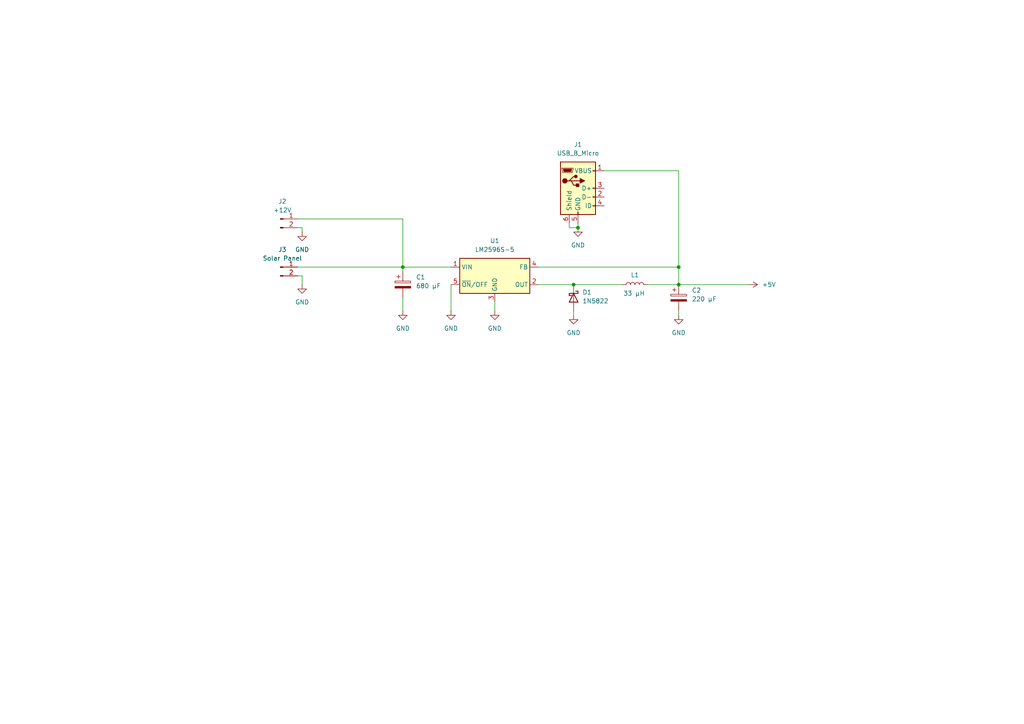
<source format=kicad_sch>
(kicad_sch
	(version 20231120)
	(generator "eeschema")
	(generator_version "8.0")
	(uuid "0a23eae3-22d5-4c59-a877-8a49abc4aab9")
	(paper "A4")
	(lib_symbols
		(symbol "Connector:Conn_01x02_Pin"
			(pin_names
				(offset 1.016) hide)
			(exclude_from_sim no)
			(in_bom yes)
			(on_board yes)
			(property "Reference" "J"
				(at 0 2.54 0)
				(effects
					(font
						(size 1.27 1.27)
					)
				)
			)
			(property "Value" "Conn_01x02_Pin"
				(at 0 -5.08 0)
				(effects
					(font
						(size 1.27 1.27)
					)
				)
			)
			(property "Footprint" ""
				(at 0 0 0)
				(effects
					(font
						(size 1.27 1.27)
					)
					(hide yes)
				)
			)
			(property "Datasheet" "~"
				(at 0 0 0)
				(effects
					(font
						(size 1.27 1.27)
					)
					(hide yes)
				)
			)
			(property "Description" "Generic connector, single row, 01x02, script generated"
				(at 0 0 0)
				(effects
					(font
						(size 1.27 1.27)
					)
					(hide yes)
				)
			)
			(property "ki_locked" ""
				(at 0 0 0)
				(effects
					(font
						(size 1.27 1.27)
					)
				)
			)
			(property "ki_keywords" "connector"
				(at 0 0 0)
				(effects
					(font
						(size 1.27 1.27)
					)
					(hide yes)
				)
			)
			(property "ki_fp_filters" "Connector*:*_1x??_*"
				(at 0 0 0)
				(effects
					(font
						(size 1.27 1.27)
					)
					(hide yes)
				)
			)
			(symbol "Conn_01x02_Pin_1_1"
				(polyline
					(pts
						(xy 1.27 -2.54) (xy 0.8636 -2.54)
					)
					(stroke
						(width 0.1524)
						(type default)
					)
					(fill
						(type none)
					)
				)
				(polyline
					(pts
						(xy 1.27 0) (xy 0.8636 0)
					)
					(stroke
						(width 0.1524)
						(type default)
					)
					(fill
						(type none)
					)
				)
				(rectangle
					(start 0.8636 -2.413)
					(end 0 -2.667)
					(stroke
						(width 0.1524)
						(type default)
					)
					(fill
						(type outline)
					)
				)
				(rectangle
					(start 0.8636 0.127)
					(end 0 -0.127)
					(stroke
						(width 0.1524)
						(type default)
					)
					(fill
						(type outline)
					)
				)
				(pin passive line
					(at 5.08 0 180)
					(length 3.81)
					(name "Pin_1"
						(effects
							(font
								(size 1.27 1.27)
							)
						)
					)
					(number "1"
						(effects
							(font
								(size 1.27 1.27)
							)
						)
					)
				)
				(pin passive line
					(at 5.08 -2.54 180)
					(length 3.81)
					(name "Pin_2"
						(effects
							(font
								(size 1.27 1.27)
							)
						)
					)
					(number "2"
						(effects
							(font
								(size 1.27 1.27)
							)
						)
					)
				)
			)
		)
		(symbol "Connector:USB_B_Micro"
			(pin_names
				(offset 1.016)
			)
			(exclude_from_sim no)
			(in_bom yes)
			(on_board yes)
			(property "Reference" "J"
				(at -5.08 11.43 0)
				(effects
					(font
						(size 1.27 1.27)
					)
					(justify left)
				)
			)
			(property "Value" "USB_B_Micro"
				(at -5.08 8.89 0)
				(effects
					(font
						(size 1.27 1.27)
					)
					(justify left)
				)
			)
			(property "Footprint" ""
				(at 3.81 -1.27 0)
				(effects
					(font
						(size 1.27 1.27)
					)
					(hide yes)
				)
			)
			(property "Datasheet" "~"
				(at 3.81 -1.27 0)
				(effects
					(font
						(size 1.27 1.27)
					)
					(hide yes)
				)
			)
			(property "Description" "USB Micro Type B connector"
				(at 0 0 0)
				(effects
					(font
						(size 1.27 1.27)
					)
					(hide yes)
				)
			)
			(property "ki_keywords" "connector USB micro"
				(at 0 0 0)
				(effects
					(font
						(size 1.27 1.27)
					)
					(hide yes)
				)
			)
			(property "ki_fp_filters" "USB*"
				(at 0 0 0)
				(effects
					(font
						(size 1.27 1.27)
					)
					(hide yes)
				)
			)
			(symbol "USB_B_Micro_0_1"
				(rectangle
					(start -5.08 -7.62)
					(end 5.08 7.62)
					(stroke
						(width 0.254)
						(type default)
					)
					(fill
						(type background)
					)
				)
				(circle
					(center -3.81 2.159)
					(radius 0.635)
					(stroke
						(width 0.254)
						(type default)
					)
					(fill
						(type outline)
					)
				)
				(circle
					(center -0.635 3.429)
					(radius 0.381)
					(stroke
						(width 0.254)
						(type default)
					)
					(fill
						(type outline)
					)
				)
				(rectangle
					(start -0.127 -7.62)
					(end 0.127 -6.858)
					(stroke
						(width 0)
						(type default)
					)
					(fill
						(type none)
					)
				)
				(polyline
					(pts
						(xy -1.905 2.159) (xy 0.635 2.159)
					)
					(stroke
						(width 0.254)
						(type default)
					)
					(fill
						(type none)
					)
				)
				(polyline
					(pts
						(xy -3.175 2.159) (xy -2.54 2.159) (xy -1.27 3.429) (xy -0.635 3.429)
					)
					(stroke
						(width 0.254)
						(type default)
					)
					(fill
						(type none)
					)
				)
				(polyline
					(pts
						(xy -2.54 2.159) (xy -1.905 2.159) (xy -1.27 0.889) (xy 0 0.889)
					)
					(stroke
						(width 0.254)
						(type default)
					)
					(fill
						(type none)
					)
				)
				(polyline
					(pts
						(xy 0.635 2.794) (xy 0.635 1.524) (xy 1.905 2.159) (xy 0.635 2.794)
					)
					(stroke
						(width 0.254)
						(type default)
					)
					(fill
						(type outline)
					)
				)
				(polyline
					(pts
						(xy -4.318 5.588) (xy -1.778 5.588) (xy -2.032 4.826) (xy -4.064 4.826) (xy -4.318 5.588)
					)
					(stroke
						(width 0)
						(type default)
					)
					(fill
						(type outline)
					)
				)
				(polyline
					(pts
						(xy -4.699 5.842) (xy -4.699 5.588) (xy -4.445 4.826) (xy -4.445 4.572) (xy -1.651 4.572) (xy -1.651 4.826)
						(xy -1.397 5.588) (xy -1.397 5.842) (xy -4.699 5.842)
					)
					(stroke
						(width 0)
						(type default)
					)
					(fill
						(type none)
					)
				)
				(rectangle
					(start 0.254 1.27)
					(end -0.508 0.508)
					(stroke
						(width 0.254)
						(type default)
					)
					(fill
						(type outline)
					)
				)
				(rectangle
					(start 5.08 -5.207)
					(end 4.318 -4.953)
					(stroke
						(width 0)
						(type default)
					)
					(fill
						(type none)
					)
				)
				(rectangle
					(start 5.08 -2.667)
					(end 4.318 -2.413)
					(stroke
						(width 0)
						(type default)
					)
					(fill
						(type none)
					)
				)
				(rectangle
					(start 5.08 -0.127)
					(end 4.318 0.127)
					(stroke
						(width 0)
						(type default)
					)
					(fill
						(type none)
					)
				)
				(rectangle
					(start 5.08 4.953)
					(end 4.318 5.207)
					(stroke
						(width 0)
						(type default)
					)
					(fill
						(type none)
					)
				)
			)
			(symbol "USB_B_Micro_1_1"
				(pin power_out line
					(at 7.62 5.08 180)
					(length 2.54)
					(name "VBUS"
						(effects
							(font
								(size 1.27 1.27)
							)
						)
					)
					(number "1"
						(effects
							(font
								(size 1.27 1.27)
							)
						)
					)
				)
				(pin bidirectional line
					(at 7.62 -2.54 180)
					(length 2.54)
					(name "D-"
						(effects
							(font
								(size 1.27 1.27)
							)
						)
					)
					(number "2"
						(effects
							(font
								(size 1.27 1.27)
							)
						)
					)
				)
				(pin bidirectional line
					(at 7.62 0 180)
					(length 2.54)
					(name "D+"
						(effects
							(font
								(size 1.27 1.27)
							)
						)
					)
					(number "3"
						(effects
							(font
								(size 1.27 1.27)
							)
						)
					)
				)
				(pin passive line
					(at 7.62 -5.08 180)
					(length 2.54)
					(name "ID"
						(effects
							(font
								(size 1.27 1.27)
							)
						)
					)
					(number "4"
						(effects
							(font
								(size 1.27 1.27)
							)
						)
					)
				)
				(pin power_out line
					(at 0 -10.16 90)
					(length 2.54)
					(name "GND"
						(effects
							(font
								(size 1.27 1.27)
							)
						)
					)
					(number "5"
						(effects
							(font
								(size 1.27 1.27)
							)
						)
					)
				)
				(pin passive line
					(at -2.54 -10.16 90)
					(length 2.54)
					(name "Shield"
						(effects
							(font
								(size 1.27 1.27)
							)
						)
					)
					(number "6"
						(effects
							(font
								(size 1.27 1.27)
							)
						)
					)
				)
			)
		)
		(symbol "Device:C_Polarized"
			(pin_numbers hide)
			(pin_names
				(offset 0.254)
			)
			(exclude_from_sim no)
			(in_bom yes)
			(on_board yes)
			(property "Reference" "C"
				(at 0.635 2.54 0)
				(effects
					(font
						(size 1.27 1.27)
					)
					(justify left)
				)
			)
			(property "Value" "C_Polarized"
				(at 0.635 -2.54 0)
				(effects
					(font
						(size 1.27 1.27)
					)
					(justify left)
				)
			)
			(property "Footprint" ""
				(at 0.9652 -3.81 0)
				(effects
					(font
						(size 1.27 1.27)
					)
					(hide yes)
				)
			)
			(property "Datasheet" "~"
				(at 0 0 0)
				(effects
					(font
						(size 1.27 1.27)
					)
					(hide yes)
				)
			)
			(property "Description" "Polarized capacitor"
				(at 0 0 0)
				(effects
					(font
						(size 1.27 1.27)
					)
					(hide yes)
				)
			)
			(property "ki_keywords" "cap capacitor"
				(at 0 0 0)
				(effects
					(font
						(size 1.27 1.27)
					)
					(hide yes)
				)
			)
			(property "ki_fp_filters" "CP_*"
				(at 0 0 0)
				(effects
					(font
						(size 1.27 1.27)
					)
					(hide yes)
				)
			)
			(symbol "C_Polarized_0_1"
				(rectangle
					(start -2.286 0.508)
					(end 2.286 1.016)
					(stroke
						(width 0)
						(type default)
					)
					(fill
						(type none)
					)
				)
				(polyline
					(pts
						(xy -1.778 2.286) (xy -0.762 2.286)
					)
					(stroke
						(width 0)
						(type default)
					)
					(fill
						(type none)
					)
				)
				(polyline
					(pts
						(xy -1.27 2.794) (xy -1.27 1.778)
					)
					(stroke
						(width 0)
						(type default)
					)
					(fill
						(type none)
					)
				)
				(rectangle
					(start 2.286 -0.508)
					(end -2.286 -1.016)
					(stroke
						(width 0)
						(type default)
					)
					(fill
						(type outline)
					)
				)
			)
			(symbol "C_Polarized_1_1"
				(pin passive line
					(at 0 3.81 270)
					(length 2.794)
					(name "~"
						(effects
							(font
								(size 1.27 1.27)
							)
						)
					)
					(number "1"
						(effects
							(font
								(size 1.27 1.27)
							)
						)
					)
				)
				(pin passive line
					(at 0 -3.81 90)
					(length 2.794)
					(name "~"
						(effects
							(font
								(size 1.27 1.27)
							)
						)
					)
					(number "2"
						(effects
							(font
								(size 1.27 1.27)
							)
						)
					)
				)
			)
		)
		(symbol "Device:L"
			(pin_numbers hide)
			(pin_names
				(offset 1.016) hide)
			(exclude_from_sim no)
			(in_bom yes)
			(on_board yes)
			(property "Reference" "L"
				(at -1.27 0 90)
				(effects
					(font
						(size 1.27 1.27)
					)
				)
			)
			(property "Value" "L"
				(at 1.905 0 90)
				(effects
					(font
						(size 1.27 1.27)
					)
				)
			)
			(property "Footprint" ""
				(at 0 0 0)
				(effects
					(font
						(size 1.27 1.27)
					)
					(hide yes)
				)
			)
			(property "Datasheet" "~"
				(at 0 0 0)
				(effects
					(font
						(size 1.27 1.27)
					)
					(hide yes)
				)
			)
			(property "Description" "Inductor"
				(at 0 0 0)
				(effects
					(font
						(size 1.27 1.27)
					)
					(hide yes)
				)
			)
			(property "ki_keywords" "inductor choke coil reactor magnetic"
				(at 0 0 0)
				(effects
					(font
						(size 1.27 1.27)
					)
					(hide yes)
				)
			)
			(property "ki_fp_filters" "Choke_* *Coil* Inductor_* L_*"
				(at 0 0 0)
				(effects
					(font
						(size 1.27 1.27)
					)
					(hide yes)
				)
			)
			(symbol "L_0_1"
				(arc
					(start 0 -2.54)
					(mid 0.6323 -1.905)
					(end 0 -1.27)
					(stroke
						(width 0)
						(type default)
					)
					(fill
						(type none)
					)
				)
				(arc
					(start 0 -1.27)
					(mid 0.6323 -0.635)
					(end 0 0)
					(stroke
						(width 0)
						(type default)
					)
					(fill
						(type none)
					)
				)
				(arc
					(start 0 0)
					(mid 0.6323 0.635)
					(end 0 1.27)
					(stroke
						(width 0)
						(type default)
					)
					(fill
						(type none)
					)
				)
				(arc
					(start 0 1.27)
					(mid 0.6323 1.905)
					(end 0 2.54)
					(stroke
						(width 0)
						(type default)
					)
					(fill
						(type none)
					)
				)
			)
			(symbol "L_1_1"
				(pin passive line
					(at 0 3.81 270)
					(length 1.27)
					(name "1"
						(effects
							(font
								(size 1.27 1.27)
							)
						)
					)
					(number "1"
						(effects
							(font
								(size 1.27 1.27)
							)
						)
					)
				)
				(pin passive line
					(at 0 -3.81 90)
					(length 1.27)
					(name "2"
						(effects
							(font
								(size 1.27 1.27)
							)
						)
					)
					(number "2"
						(effects
							(font
								(size 1.27 1.27)
							)
						)
					)
				)
			)
		)
		(symbol "Diode:1N5822"
			(pin_numbers hide)
			(pin_names
				(offset 1.016) hide)
			(exclude_from_sim no)
			(in_bom yes)
			(on_board yes)
			(property "Reference" "D"
				(at 0 2.54 0)
				(effects
					(font
						(size 1.27 1.27)
					)
				)
			)
			(property "Value" "1N5822"
				(at 0 -2.54 0)
				(effects
					(font
						(size 1.27 1.27)
					)
				)
			)
			(property "Footprint" "Diode_THT:D_DO-201AD_P15.24mm_Horizontal"
				(at 0 -4.445 0)
				(effects
					(font
						(size 1.27 1.27)
					)
					(hide yes)
				)
			)
			(property "Datasheet" "http://www.vishay.com/docs/88526/1n5820.pdf"
				(at 0 0 0)
				(effects
					(font
						(size 1.27 1.27)
					)
					(hide yes)
				)
			)
			(property "Description" "40V 3A Schottky Barrier Rectifier Diode, DO-201AD"
				(at 0 0 0)
				(effects
					(font
						(size 1.27 1.27)
					)
					(hide yes)
				)
			)
			(property "ki_keywords" "diode Schottky"
				(at 0 0 0)
				(effects
					(font
						(size 1.27 1.27)
					)
					(hide yes)
				)
			)
			(property "ki_fp_filters" "D*DO?201AD*"
				(at 0 0 0)
				(effects
					(font
						(size 1.27 1.27)
					)
					(hide yes)
				)
			)
			(symbol "1N5822_0_1"
				(polyline
					(pts
						(xy 1.27 0) (xy -1.27 0)
					)
					(stroke
						(width 0)
						(type default)
					)
					(fill
						(type none)
					)
				)
				(polyline
					(pts
						(xy 1.27 1.27) (xy 1.27 -1.27) (xy -1.27 0) (xy 1.27 1.27)
					)
					(stroke
						(width 0.254)
						(type default)
					)
					(fill
						(type none)
					)
				)
				(polyline
					(pts
						(xy -1.905 0.635) (xy -1.905 1.27) (xy -1.27 1.27) (xy -1.27 -1.27) (xy -0.635 -1.27) (xy -0.635 -0.635)
					)
					(stroke
						(width 0.254)
						(type default)
					)
					(fill
						(type none)
					)
				)
			)
			(symbol "1N5822_1_1"
				(pin passive line
					(at -3.81 0 0)
					(length 2.54)
					(name "K"
						(effects
							(font
								(size 1.27 1.27)
							)
						)
					)
					(number "1"
						(effects
							(font
								(size 1.27 1.27)
							)
						)
					)
				)
				(pin passive line
					(at 3.81 0 180)
					(length 2.54)
					(name "A"
						(effects
							(font
								(size 1.27 1.27)
							)
						)
					)
					(number "2"
						(effects
							(font
								(size 1.27 1.27)
							)
						)
					)
				)
			)
		)
		(symbol "Regulator_Switching:LM2596S-5"
			(exclude_from_sim no)
			(in_bom yes)
			(on_board yes)
			(property "Reference" "U"
				(at -10.16 6.35 0)
				(effects
					(font
						(size 1.27 1.27)
					)
					(justify left)
				)
			)
			(property "Value" "LM2596S-5"
				(at 0 6.35 0)
				(effects
					(font
						(size 1.27 1.27)
					)
					(justify left)
				)
			)
			(property "Footprint" "Package_TO_SOT_SMD:TO-263-5_TabPin3"
				(at 1.27 -6.35 0)
				(effects
					(font
						(size 1.27 1.27)
						(italic yes)
					)
					(justify left)
					(hide yes)
				)
			)
			(property "Datasheet" "http://www.ti.com/lit/ds/symlink/lm2596.pdf"
				(at 0 0 0)
				(effects
					(font
						(size 1.27 1.27)
					)
					(hide yes)
				)
			)
			(property "Description" "5V 3A Step-Down Voltage Regulator, TO-263"
				(at 0 0 0)
				(effects
					(font
						(size 1.27 1.27)
					)
					(hide yes)
				)
			)
			(property "ki_keywords" "Step-Down Voltage Regulator 5V 3A"
				(at 0 0 0)
				(effects
					(font
						(size 1.27 1.27)
					)
					(hide yes)
				)
			)
			(property "ki_fp_filters" "TO?263*"
				(at 0 0 0)
				(effects
					(font
						(size 1.27 1.27)
					)
					(hide yes)
				)
			)
			(symbol "LM2596S-5_0_1"
				(rectangle
					(start -10.16 5.08)
					(end 10.16 -5.08)
					(stroke
						(width 0.254)
						(type default)
					)
					(fill
						(type background)
					)
				)
			)
			(symbol "LM2596S-5_1_1"
				(pin power_in line
					(at -12.7 2.54 0)
					(length 2.54)
					(name "VIN"
						(effects
							(font
								(size 1.27 1.27)
							)
						)
					)
					(number "1"
						(effects
							(font
								(size 1.27 1.27)
							)
						)
					)
				)
				(pin output line
					(at 12.7 -2.54 180)
					(length 2.54)
					(name "OUT"
						(effects
							(font
								(size 1.27 1.27)
							)
						)
					)
					(number "2"
						(effects
							(font
								(size 1.27 1.27)
							)
						)
					)
				)
				(pin power_in line
					(at 0 -7.62 90)
					(length 2.54)
					(name "GND"
						(effects
							(font
								(size 1.27 1.27)
							)
						)
					)
					(number "3"
						(effects
							(font
								(size 1.27 1.27)
							)
						)
					)
				)
				(pin input line
					(at 12.7 2.54 180)
					(length 2.54)
					(name "FB"
						(effects
							(font
								(size 1.27 1.27)
							)
						)
					)
					(number "4"
						(effects
							(font
								(size 1.27 1.27)
							)
						)
					)
				)
				(pin input line
					(at -12.7 -2.54 0)
					(length 2.54)
					(name "~{ON}/OFF"
						(effects
							(font
								(size 1.27 1.27)
							)
						)
					)
					(number "5"
						(effects
							(font
								(size 1.27 1.27)
							)
						)
					)
				)
			)
		)
		(symbol "power:+5V"
			(power)
			(pin_numbers hide)
			(pin_names
				(offset 0) hide)
			(exclude_from_sim no)
			(in_bom yes)
			(on_board yes)
			(property "Reference" "#PWR"
				(at 0 -3.81 0)
				(effects
					(font
						(size 1.27 1.27)
					)
					(hide yes)
				)
			)
			(property "Value" "+5V"
				(at 0 3.556 0)
				(effects
					(font
						(size 1.27 1.27)
					)
				)
			)
			(property "Footprint" ""
				(at 0 0 0)
				(effects
					(font
						(size 1.27 1.27)
					)
					(hide yes)
				)
			)
			(property "Datasheet" ""
				(at 0 0 0)
				(effects
					(font
						(size 1.27 1.27)
					)
					(hide yes)
				)
			)
			(property "Description" "Power symbol creates a global label with name \"+5V\""
				(at 0 0 0)
				(effects
					(font
						(size 1.27 1.27)
					)
					(hide yes)
				)
			)
			(property "ki_keywords" "global power"
				(at 0 0 0)
				(effects
					(font
						(size 1.27 1.27)
					)
					(hide yes)
				)
			)
			(symbol "+5V_0_1"
				(polyline
					(pts
						(xy -0.762 1.27) (xy 0 2.54)
					)
					(stroke
						(width 0)
						(type default)
					)
					(fill
						(type none)
					)
				)
				(polyline
					(pts
						(xy 0 0) (xy 0 2.54)
					)
					(stroke
						(width 0)
						(type default)
					)
					(fill
						(type none)
					)
				)
				(polyline
					(pts
						(xy 0 2.54) (xy 0.762 1.27)
					)
					(stroke
						(width 0)
						(type default)
					)
					(fill
						(type none)
					)
				)
			)
			(symbol "+5V_1_1"
				(pin power_in line
					(at 0 0 90)
					(length 0)
					(name "~"
						(effects
							(font
								(size 1.27 1.27)
							)
						)
					)
					(number "1"
						(effects
							(font
								(size 1.27 1.27)
							)
						)
					)
				)
			)
		)
		(symbol "power:GND"
			(power)
			(pin_numbers hide)
			(pin_names
				(offset 0) hide)
			(exclude_from_sim no)
			(in_bom yes)
			(on_board yes)
			(property "Reference" "#PWR"
				(at 0 -6.35 0)
				(effects
					(font
						(size 1.27 1.27)
					)
					(hide yes)
				)
			)
			(property "Value" "GND"
				(at 0 -3.81 0)
				(effects
					(font
						(size 1.27 1.27)
					)
				)
			)
			(property "Footprint" ""
				(at 0 0 0)
				(effects
					(font
						(size 1.27 1.27)
					)
					(hide yes)
				)
			)
			(property "Datasheet" ""
				(at 0 0 0)
				(effects
					(font
						(size 1.27 1.27)
					)
					(hide yes)
				)
			)
			(property "Description" "Power symbol creates a global label with name \"GND\" , ground"
				(at 0 0 0)
				(effects
					(font
						(size 1.27 1.27)
					)
					(hide yes)
				)
			)
			(property "ki_keywords" "global power"
				(at 0 0 0)
				(effects
					(font
						(size 1.27 1.27)
					)
					(hide yes)
				)
			)
			(symbol "GND_0_1"
				(polyline
					(pts
						(xy 0 0) (xy 0 -1.27) (xy 1.27 -1.27) (xy 0 -2.54) (xy -1.27 -1.27) (xy 0 -1.27)
					)
					(stroke
						(width 0)
						(type default)
					)
					(fill
						(type none)
					)
				)
			)
			(symbol "GND_1_1"
				(pin power_in line
					(at 0 0 270)
					(length 0)
					(name "~"
						(effects
							(font
								(size 1.27 1.27)
							)
						)
					)
					(number "1"
						(effects
							(font
								(size 1.27 1.27)
							)
						)
					)
				)
			)
		)
	)
	(junction
		(at 116.84 77.47)
		(diameter 0)
		(color 0 0 0 0)
		(uuid "11a05a30-fa2a-4055-b130-85c5fb51be5a")
	)
	(junction
		(at 196.85 77.47)
		(diameter 0)
		(color 0 0 0 0)
		(uuid "37f5e9d4-b7c2-4314-b379-ef8e4bbb1530")
	)
	(junction
		(at 166.37 82.55)
		(diameter 0)
		(color 0 0 0 0)
		(uuid "43f74095-378f-426a-94d6-7cbb91e23ee9")
	)
	(junction
		(at 167.64 66.04)
		(diameter 0)
		(color 0 0 0 0)
		(uuid "61936460-1ae0-4cf6-b27d-33d34cd88b84")
	)
	(junction
		(at 196.85 82.55)
		(diameter 0)
		(color 0 0 0 0)
		(uuid "a8e08b9f-3a5f-44a6-8752-211545ee6b22")
	)
	(wire
		(pts
			(xy 87.63 80.01) (xy 87.63 82.55)
		)
		(stroke
			(width 0)
			(type default)
		)
		(uuid "025fa514-eefa-4bfc-b47d-17e496b5dee0")
	)
	(wire
		(pts
			(xy 86.36 66.04) (xy 87.63 66.04)
		)
		(stroke
			(width 0)
			(type default)
		)
		(uuid "09512eb4-9688-4663-a212-6d9c98627078")
	)
	(wire
		(pts
			(xy 196.85 82.55) (xy 217.17 82.55)
		)
		(stroke
			(width 0)
			(type default)
		)
		(uuid "0a28089c-580e-4a5a-b5a9-ca564eb985cc")
	)
	(wire
		(pts
			(xy 86.36 80.01) (xy 87.63 80.01)
		)
		(stroke
			(width 0)
			(type default)
		)
		(uuid "0c503b53-ebc2-4b7d-abf1-c120f18901e5")
	)
	(wire
		(pts
			(xy 130.81 82.55) (xy 130.81 90.17)
		)
		(stroke
			(width 0)
			(type default)
		)
		(uuid "10c988e8-3267-464f-a50d-8acb406681f2")
	)
	(wire
		(pts
			(xy 116.84 77.47) (xy 130.81 77.47)
		)
		(stroke
			(width 0)
			(type default)
		)
		(uuid "19a1a244-915d-4af4-9970-ff0d896d3c6a")
	)
	(wire
		(pts
			(xy 116.84 63.5) (xy 116.84 77.47)
		)
		(stroke
			(width 0)
			(type default)
		)
		(uuid "253ba79a-73ac-4a69-9e5f-2c870616e76f")
	)
	(wire
		(pts
			(xy 86.36 77.47) (xy 116.84 77.47)
		)
		(stroke
			(width 0)
			(type default)
		)
		(uuid "268012ed-c7b9-4490-9c6f-45d028277456")
	)
	(wire
		(pts
			(xy 87.63 66.04) (xy 87.63 67.31)
		)
		(stroke
			(width 0)
			(type default)
		)
		(uuid "29059bec-0078-479a-be07-55c91dcd2140")
	)
	(wire
		(pts
			(xy 165.1 66.04) (xy 167.64 66.04)
		)
		(stroke
			(width 0)
			(type default)
		)
		(uuid "504b5eef-4c78-4ee2-b2d2-3ef73741584f")
	)
	(wire
		(pts
			(xy 196.85 90.17) (xy 196.85 91.44)
		)
		(stroke
			(width 0)
			(type default)
		)
		(uuid "5dc7563e-5ea1-4d48-a56a-fdf2f92ddcbf")
	)
	(wire
		(pts
			(xy 166.37 82.55) (xy 180.34 82.55)
		)
		(stroke
			(width 0)
			(type default)
		)
		(uuid "60b4df06-42ca-4f20-b3ee-523adde55338")
	)
	(wire
		(pts
			(xy 86.36 63.5) (xy 116.84 63.5)
		)
		(stroke
			(width 0)
			(type default)
		)
		(uuid "919b856f-9422-4cde-8c1a-d9a842b4207b")
	)
	(wire
		(pts
			(xy 116.84 90.17) (xy 116.84 86.36)
		)
		(stroke
			(width 0)
			(type default)
		)
		(uuid "92c4af99-08eb-4967-80dd-715e435f1344")
	)
	(wire
		(pts
			(xy 167.64 64.77) (xy 167.64 66.04)
		)
		(stroke
			(width 0)
			(type default)
		)
		(uuid "9b9cfd7b-b3a4-4d9a-bb7d-07ac748d25e9")
	)
	(wire
		(pts
			(xy 175.26 49.53) (xy 196.85 49.53)
		)
		(stroke
			(width 0)
			(type default)
		)
		(uuid "9d5fe59a-a7b0-4a98-b3a9-06fadeb29bcc")
	)
	(wire
		(pts
			(xy 165.1 64.77) (xy 165.1 66.04)
		)
		(stroke
			(width 0)
			(type default)
		)
		(uuid "adada762-b252-4e36-a56d-0bdc8da40f01")
	)
	(wire
		(pts
			(xy 187.96 82.55) (xy 196.85 82.55)
		)
		(stroke
			(width 0)
			(type default)
		)
		(uuid "b117a198-15cd-450b-8029-befae7c04f9b")
	)
	(wire
		(pts
			(xy 156.21 77.47) (xy 196.85 77.47)
		)
		(stroke
			(width 0)
			(type default)
		)
		(uuid "b9c6eb97-b850-49be-8f43-820dfbf2837b")
	)
	(wire
		(pts
			(xy 156.21 82.55) (xy 166.37 82.55)
		)
		(stroke
			(width 0)
			(type default)
		)
		(uuid "d35b3bc1-a7cf-44c1-88af-d75b88decfa5")
	)
	(wire
		(pts
			(xy 196.85 49.53) (xy 196.85 77.47)
		)
		(stroke
			(width 0)
			(type default)
		)
		(uuid "d9ac4698-c830-4ecb-9aca-b60a0ea705bd")
	)
	(wire
		(pts
			(xy 166.37 90.17) (xy 166.37 91.44)
		)
		(stroke
			(width 0)
			(type default)
		)
		(uuid "da3f26b9-4193-4d36-a4ce-287203e58b00")
	)
	(wire
		(pts
			(xy 143.51 87.63) (xy 143.51 90.17)
		)
		(stroke
			(width 0)
			(type default)
		)
		(uuid "e05fd1ec-5380-412d-b7ab-bce14f954855")
	)
	(wire
		(pts
			(xy 196.85 77.47) (xy 196.85 82.55)
		)
		(stroke
			(width 0)
			(type default)
		)
		(uuid "ecac6130-cfc2-4385-9e5a-2be0b5e0f1eb")
	)
	(wire
		(pts
			(xy 116.84 78.74) (xy 116.84 77.47)
		)
		(stroke
			(width 0)
			(type default)
		)
		(uuid "ef4e42e1-b6c9-4355-aed7-3ff7d32ddb26")
	)
	(symbol
		(lib_id "power:GND")
		(at 87.63 82.55 0)
		(unit 1)
		(exclude_from_sim no)
		(in_bom yes)
		(on_board yes)
		(dnp no)
		(fields_autoplaced yes)
		(uuid "0b431ada-598b-4f8a-8573-5c0efdd5c601")
		(property "Reference" "#PWR09"
			(at 87.63 88.9 0)
			(effects
				(font
					(size 1.27 1.27)
				)
				(hide yes)
			)
		)
		(property "Value" "GND"
			(at 87.63 87.63 0)
			(effects
				(font
					(size 1.27 1.27)
				)
			)
		)
		(property "Footprint" ""
			(at 87.63 82.55 0)
			(effects
				(font
					(size 1.27 1.27)
				)
				(hide yes)
			)
		)
		(property "Datasheet" ""
			(at 87.63 82.55 0)
			(effects
				(font
					(size 1.27 1.27)
				)
				(hide yes)
			)
		)
		(property "Description" "Power symbol creates a global label with name \"GND\" , ground"
			(at 87.63 82.55 0)
			(effects
				(font
					(size 1.27 1.27)
				)
				(hide yes)
			)
		)
		(pin "1"
			(uuid "d29e8c82-708f-4601-bf0b-d16ba7d9bee6")
		)
		(instances
			(project "Wati Battery"
				(path "/0a23eae3-22d5-4c59-a877-8a49abc4aab9"
					(reference "#PWR09")
					(unit 1)
				)
			)
		)
	)
	(symbol
		(lib_id "Connector:Conn_01x02_Pin")
		(at 81.28 63.5 0)
		(unit 1)
		(exclude_from_sim no)
		(in_bom yes)
		(on_board yes)
		(dnp no)
		(fields_autoplaced yes)
		(uuid "0d3728c9-791e-4bf0-8833-fe815430a5dc")
		(property "Reference" "J2"
			(at 81.915 58.42 0)
			(effects
				(font
					(size 1.27 1.27)
				)
			)
		)
		(property "Value" "+12V"
			(at 81.915 60.96 0)
			(effects
				(font
					(size 1.27 1.27)
				)
			)
		)
		(property "Footprint" ""
			(at 81.28 63.5 0)
			(effects
				(font
					(size 1.27 1.27)
				)
				(hide yes)
			)
		)
		(property "Datasheet" "~"
			(at 81.28 63.5 0)
			(effects
				(font
					(size 1.27 1.27)
				)
				(hide yes)
			)
		)
		(property "Description" "Generic connector, single row, 01x02, script generated"
			(at 81.28 63.5 0)
			(effects
				(font
					(size 1.27 1.27)
				)
				(hide yes)
			)
		)
		(pin "1"
			(uuid "fa871219-b778-4085-a70f-6a4abdb40e93")
		)
		(pin "2"
			(uuid "596097cc-6ed9-448a-abdd-1d431403022d")
		)
		(instances
			(project "Wati Battery"
				(path "/0a23eae3-22d5-4c59-a877-8a49abc4aab9"
					(reference "J2")
					(unit 1)
				)
			)
		)
	)
	(symbol
		(lib_id "Diode:1N5822")
		(at 166.37 86.36 270)
		(unit 1)
		(exclude_from_sim no)
		(in_bom yes)
		(on_board yes)
		(dnp no)
		(fields_autoplaced yes)
		(uuid "0e64509f-f97f-472e-8d19-c661368642c4")
		(property "Reference" "D1"
			(at 168.91 84.7724 90)
			(effects
				(font
					(size 1.27 1.27)
				)
				(justify left)
			)
		)
		(property "Value" "1N5822"
			(at 168.91 87.3124 90)
			(effects
				(font
					(size 1.27 1.27)
				)
				(justify left)
			)
		)
		(property "Footprint" "Diode_THT:D_DO-201AD_P15.24mm_Horizontal"
			(at 161.925 86.36 0)
			(effects
				(font
					(size 1.27 1.27)
				)
				(hide yes)
			)
		)
		(property "Datasheet" "http://www.vishay.com/docs/88526/1n5820.pdf"
			(at 166.37 86.36 0)
			(effects
				(font
					(size 1.27 1.27)
				)
				(hide yes)
			)
		)
		(property "Description" "40V 3A Schottky Barrier Rectifier Diode, DO-201AD"
			(at 166.37 86.36 0)
			(effects
				(font
					(size 1.27 1.27)
				)
				(hide yes)
			)
		)
		(pin "2"
			(uuid "190091f5-7c4c-4f78-869a-b806a86518ea")
		)
		(pin "1"
			(uuid "07382680-102e-4a9a-b8ca-776144b851b1")
		)
		(instances
			(project "Wati Battery"
				(path "/0a23eae3-22d5-4c59-a877-8a49abc4aab9"
					(reference "D1")
					(unit 1)
				)
			)
		)
	)
	(symbol
		(lib_id "Regulator_Switching:LM2596S-5")
		(at 143.51 80.01 0)
		(unit 1)
		(exclude_from_sim no)
		(in_bom yes)
		(on_board yes)
		(dnp no)
		(fields_autoplaced yes)
		(uuid "3f675f92-cd01-454e-ae2b-703f8ae7c83f")
		(property "Reference" "U1"
			(at 143.51 69.85 0)
			(effects
				(font
					(size 1.27 1.27)
				)
			)
		)
		(property "Value" "LM2596S-5"
			(at 143.51 72.39 0)
			(effects
				(font
					(size 1.27 1.27)
				)
			)
		)
		(property "Footprint" "Package_TO_SOT_SMD:TO-263-5_TabPin3"
			(at 144.78 86.36 0)
			(effects
				(font
					(size 1.27 1.27)
					(italic yes)
				)
				(justify left)
				(hide yes)
			)
		)
		(property "Datasheet" "http://www.ti.com/lit/ds/symlink/lm2596.pdf"
			(at 143.51 80.01 0)
			(effects
				(font
					(size 1.27 1.27)
				)
				(hide yes)
			)
		)
		(property "Description" "5V 3A Step-Down Voltage Regulator, TO-263"
			(at 143.51 80.01 0)
			(effects
				(font
					(size 1.27 1.27)
				)
				(hide yes)
			)
		)
		(pin "4"
			(uuid "8c1d2f17-c223-4247-9a7a-ad2b9ced7624")
		)
		(pin "3"
			(uuid "fe77bed0-097f-4999-bfc2-b97ff0711ab0")
		)
		(pin "5"
			(uuid "1a58d6f1-25c6-466b-aa89-852788373a4e")
		)
		(pin "2"
			(uuid "777b39c7-e4d0-43d0-93ee-08c5b98a8cda")
		)
		(pin "1"
			(uuid "a6ef8e55-3c5a-4cdf-841e-61ae3b1c2ffe")
		)
		(instances
			(project "Wati Battery"
				(path "/0a23eae3-22d5-4c59-a877-8a49abc4aab9"
					(reference "U1")
					(unit 1)
				)
			)
		)
	)
	(symbol
		(lib_id "Device:C_Polarized")
		(at 116.84 82.55 0)
		(unit 1)
		(exclude_from_sim no)
		(in_bom yes)
		(on_board yes)
		(dnp no)
		(fields_autoplaced yes)
		(uuid "72eb4272-2879-4ddf-bb08-74b3002eacee")
		(property "Reference" "C1"
			(at 120.65 80.3909 0)
			(effects
				(font
					(size 1.27 1.27)
				)
				(justify left)
			)
		)
		(property "Value" "680 µF"
			(at 120.65 82.9309 0)
			(effects
				(font
					(size 1.27 1.27)
				)
				(justify left)
			)
		)
		(property "Footprint" ""
			(at 117.8052 86.36 0)
			(effects
				(font
					(size 1.27 1.27)
				)
				(hide yes)
			)
		)
		(property "Datasheet" "~"
			(at 116.84 82.55 0)
			(effects
				(font
					(size 1.27 1.27)
				)
				(hide yes)
			)
		)
		(property "Description" "Polarized capacitor"
			(at 116.84 82.55 0)
			(effects
				(font
					(size 1.27 1.27)
				)
				(hide yes)
			)
		)
		(pin "2"
			(uuid "4ce772f0-5906-44c9-9421-37a72ac604e8")
		)
		(pin "1"
			(uuid "4c601b32-c158-41f5-8fc7-4d201a05da9b")
		)
		(instances
			(project "Wati Battery"
				(path "/0a23eae3-22d5-4c59-a877-8a49abc4aab9"
					(reference "C1")
					(unit 1)
				)
			)
		)
	)
	(symbol
		(lib_id "Device:C_Polarized")
		(at 196.85 86.36 0)
		(unit 1)
		(exclude_from_sim no)
		(in_bom yes)
		(on_board yes)
		(dnp no)
		(fields_autoplaced yes)
		(uuid "8bc8bdb0-9ca9-42c4-adf4-d7768ab7e7d9")
		(property "Reference" "C2"
			(at 200.66 84.2009 0)
			(effects
				(font
					(size 1.27 1.27)
				)
				(justify left)
			)
		)
		(property "Value" "220 µF"
			(at 200.66 86.7409 0)
			(effects
				(font
					(size 1.27 1.27)
				)
				(justify left)
			)
		)
		(property "Footprint" ""
			(at 197.8152 90.17 0)
			(effects
				(font
					(size 1.27 1.27)
				)
				(hide yes)
			)
		)
		(property "Datasheet" "~"
			(at 196.85 86.36 0)
			(effects
				(font
					(size 1.27 1.27)
				)
				(hide yes)
			)
		)
		(property "Description" "Polarized capacitor"
			(at 196.85 86.36 0)
			(effects
				(font
					(size 1.27 1.27)
				)
				(hide yes)
			)
		)
		(pin "2"
			(uuid "539d2b05-0191-432f-83ed-b16d2134a879")
		)
		(pin "1"
			(uuid "56171bd5-01a1-4ddf-a2da-7471ea6b9cde")
		)
		(instances
			(project "Wati Battery"
				(path "/0a23eae3-22d5-4c59-a877-8a49abc4aab9"
					(reference "C2")
					(unit 1)
				)
			)
		)
	)
	(symbol
		(lib_id "Connector:Conn_01x02_Pin")
		(at 81.28 77.47 0)
		(unit 1)
		(exclude_from_sim no)
		(in_bom yes)
		(on_board yes)
		(dnp no)
		(fields_autoplaced yes)
		(uuid "8cea73ee-ad30-4b8c-a729-bdb79ee77720")
		(property "Reference" "J3"
			(at 81.915 72.39 0)
			(effects
				(font
					(size 1.27 1.27)
				)
			)
		)
		(property "Value" "Solar Panel"
			(at 81.915 74.93 0)
			(effects
				(font
					(size 1.27 1.27)
				)
			)
		)
		(property "Footprint" ""
			(at 81.28 77.47 0)
			(effects
				(font
					(size 1.27 1.27)
				)
				(hide yes)
			)
		)
		(property "Datasheet" "~"
			(at 81.28 77.47 0)
			(effects
				(font
					(size 1.27 1.27)
				)
				(hide yes)
			)
		)
		(property "Description" "Generic connector, single row, 01x02, script generated"
			(at 81.28 77.47 0)
			(effects
				(font
					(size 1.27 1.27)
				)
				(hide yes)
			)
		)
		(pin "1"
			(uuid "fd4c05f1-4377-4413-817a-7fd178d3e2ef")
		)
		(pin "2"
			(uuid "b36e6f10-e1f8-4db3-b64a-46d2ef5dffaf")
		)
		(instances
			(project "Wati Battery"
				(path "/0a23eae3-22d5-4c59-a877-8a49abc4aab9"
					(reference "J3")
					(unit 1)
				)
			)
		)
	)
	(symbol
		(lib_id "power:GND")
		(at 166.37 91.44 0)
		(unit 1)
		(exclude_from_sim no)
		(in_bom yes)
		(on_board yes)
		(dnp no)
		(fields_autoplaced yes)
		(uuid "a1995579-1586-4eec-85f5-71ff4d135653")
		(property "Reference" "#PWR01"
			(at 166.37 97.79 0)
			(effects
				(font
					(size 1.27 1.27)
				)
				(hide yes)
			)
		)
		(property "Value" "GND"
			(at 166.37 96.52 0)
			(effects
				(font
					(size 1.27 1.27)
				)
			)
		)
		(property "Footprint" ""
			(at 166.37 91.44 0)
			(effects
				(font
					(size 1.27 1.27)
				)
				(hide yes)
			)
		)
		(property "Datasheet" ""
			(at 166.37 91.44 0)
			(effects
				(font
					(size 1.27 1.27)
				)
				(hide yes)
			)
		)
		(property "Description" "Power symbol creates a global label with name \"GND\" , ground"
			(at 166.37 91.44 0)
			(effects
				(font
					(size 1.27 1.27)
				)
				(hide yes)
			)
		)
		(pin "1"
			(uuid "490fe08b-eef2-4526-aadc-c6ad9e24bfdb")
		)
		(instances
			(project "Wati Battery"
				(path "/0a23eae3-22d5-4c59-a877-8a49abc4aab9"
					(reference "#PWR01")
					(unit 1)
				)
			)
		)
	)
	(symbol
		(lib_id "power:GND")
		(at 196.85 91.44 0)
		(unit 1)
		(exclude_from_sim no)
		(in_bom yes)
		(on_board yes)
		(dnp no)
		(fields_autoplaced yes)
		(uuid "a7d29489-8b61-4df1-bc5f-2150183aa485")
		(property "Reference" "#PWR02"
			(at 196.85 97.79 0)
			(effects
				(font
					(size 1.27 1.27)
				)
				(hide yes)
			)
		)
		(property "Value" "GND"
			(at 196.85 96.52 0)
			(effects
				(font
					(size 1.27 1.27)
				)
			)
		)
		(property "Footprint" ""
			(at 196.85 91.44 0)
			(effects
				(font
					(size 1.27 1.27)
				)
				(hide yes)
			)
		)
		(property "Datasheet" ""
			(at 196.85 91.44 0)
			(effects
				(font
					(size 1.27 1.27)
				)
				(hide yes)
			)
		)
		(property "Description" "Power symbol creates a global label with name \"GND\" , ground"
			(at 196.85 91.44 0)
			(effects
				(font
					(size 1.27 1.27)
				)
				(hide yes)
			)
		)
		(pin "1"
			(uuid "bf912348-b952-4995-bcd9-a56f0c3ccdfa")
		)
		(instances
			(project "Wati Battery"
				(path "/0a23eae3-22d5-4c59-a877-8a49abc4aab9"
					(reference "#PWR02")
					(unit 1)
				)
			)
		)
	)
	(symbol
		(lib_id "power:GND")
		(at 167.64 66.04 0)
		(unit 1)
		(exclude_from_sim no)
		(in_bom yes)
		(on_board yes)
		(dnp no)
		(fields_autoplaced yes)
		(uuid "c8a6eef9-0dad-4f9c-90eb-453b56cacd9b")
		(property "Reference" "#PWR07"
			(at 167.64 72.39 0)
			(effects
				(font
					(size 1.27 1.27)
				)
				(hide yes)
			)
		)
		(property "Value" "GND"
			(at 167.64 71.12 0)
			(effects
				(font
					(size 1.27 1.27)
				)
			)
		)
		(property "Footprint" ""
			(at 167.64 66.04 0)
			(effects
				(font
					(size 1.27 1.27)
				)
				(hide yes)
			)
		)
		(property "Datasheet" ""
			(at 167.64 66.04 0)
			(effects
				(font
					(size 1.27 1.27)
				)
				(hide yes)
			)
		)
		(property "Description" "Power symbol creates a global label with name \"GND\" , ground"
			(at 167.64 66.04 0)
			(effects
				(font
					(size 1.27 1.27)
				)
				(hide yes)
			)
		)
		(pin "1"
			(uuid "5b579297-4efb-44f0-82df-ed09cfa7c5a2")
		)
		(instances
			(project "Wati Battery"
				(path "/0a23eae3-22d5-4c59-a877-8a49abc4aab9"
					(reference "#PWR07")
					(unit 1)
				)
			)
		)
	)
	(symbol
		(lib_id "Device:L")
		(at 184.15 82.55 90)
		(unit 1)
		(exclude_from_sim no)
		(in_bom yes)
		(on_board yes)
		(dnp no)
		(uuid "ce432291-0910-47b4-99f2-db7ce1b2d998")
		(property "Reference" "L1"
			(at 184.15 79.756 90)
			(effects
				(font
					(size 1.27 1.27)
				)
			)
		)
		(property "Value" "33 µH"
			(at 183.896 85.09 90)
			(effects
				(font
					(size 1.27 1.27)
				)
			)
		)
		(property "Footprint" ""
			(at 184.15 82.55 0)
			(effects
				(font
					(size 1.27 1.27)
				)
				(hide yes)
			)
		)
		(property "Datasheet" "~"
			(at 184.15 82.55 0)
			(effects
				(font
					(size 1.27 1.27)
				)
				(hide yes)
			)
		)
		(property "Description" "Inductor"
			(at 184.15 82.55 0)
			(effects
				(font
					(size 1.27 1.27)
				)
				(hide yes)
			)
		)
		(pin "2"
			(uuid "cd111296-88e3-471e-a177-8132aedc6242")
		)
		(pin "1"
			(uuid "1af8b8cc-8a25-46f7-bc89-c7900ea3336a")
		)
		(instances
			(project "Wati Battery"
				(path "/0a23eae3-22d5-4c59-a877-8a49abc4aab9"
					(reference "L1")
					(unit 1)
				)
			)
		)
	)
	(symbol
		(lib_id "power:GND")
		(at 143.51 90.17 0)
		(unit 1)
		(exclude_from_sim no)
		(in_bom yes)
		(on_board yes)
		(dnp no)
		(fields_autoplaced yes)
		(uuid "d04a77d3-4166-4075-8817-f086652a4b43")
		(property "Reference" "#PWR03"
			(at 143.51 96.52 0)
			(effects
				(font
					(size 1.27 1.27)
				)
				(hide yes)
			)
		)
		(property "Value" "GND"
			(at 143.51 95.25 0)
			(effects
				(font
					(size 1.27 1.27)
				)
			)
		)
		(property "Footprint" ""
			(at 143.51 90.17 0)
			(effects
				(font
					(size 1.27 1.27)
				)
				(hide yes)
			)
		)
		(property "Datasheet" ""
			(at 143.51 90.17 0)
			(effects
				(font
					(size 1.27 1.27)
				)
				(hide yes)
			)
		)
		(property "Description" "Power symbol creates a global label with name \"GND\" , ground"
			(at 143.51 90.17 0)
			(effects
				(font
					(size 1.27 1.27)
				)
				(hide yes)
			)
		)
		(pin "1"
			(uuid "10708569-dc76-4f7e-998c-832ad4df1a20")
		)
		(instances
			(project "Wati Battery"
				(path "/0a23eae3-22d5-4c59-a877-8a49abc4aab9"
					(reference "#PWR03")
					(unit 1)
				)
			)
		)
	)
	(symbol
		(lib_id "power:+5V")
		(at 217.17 82.55 270)
		(unit 1)
		(exclude_from_sim no)
		(in_bom yes)
		(on_board yes)
		(dnp no)
		(fields_autoplaced yes)
		(uuid "d586cc00-718a-4474-85d5-4ea6fda77359")
		(property "Reference" "#PWR06"
			(at 213.36 82.55 0)
			(effects
				(font
					(size 1.27 1.27)
				)
				(hide yes)
			)
		)
		(property "Value" "+5V"
			(at 220.98 82.5499 90)
			(effects
				(font
					(size 1.27 1.27)
				)
				(justify left)
			)
		)
		(property "Footprint" ""
			(at 217.17 82.55 0)
			(effects
				(font
					(size 1.27 1.27)
				)
				(hide yes)
			)
		)
		(property "Datasheet" ""
			(at 217.17 82.55 0)
			(effects
				(font
					(size 1.27 1.27)
				)
				(hide yes)
			)
		)
		(property "Description" "Power symbol creates a global label with name \"+5V\""
			(at 217.17 82.55 0)
			(effects
				(font
					(size 1.27 1.27)
				)
				(hide yes)
			)
		)
		(pin "1"
			(uuid "98e6a330-5b48-4b2a-8a1e-568318365bb6")
		)
		(instances
			(project "Wati Battery"
				(path "/0a23eae3-22d5-4c59-a877-8a49abc4aab9"
					(reference "#PWR06")
					(unit 1)
				)
			)
		)
	)
	(symbol
		(lib_id "power:GND")
		(at 130.81 90.17 0)
		(unit 1)
		(exclude_from_sim no)
		(in_bom yes)
		(on_board yes)
		(dnp no)
		(fields_autoplaced yes)
		(uuid "d737d179-0b50-49fd-9f5d-810927ec266f")
		(property "Reference" "#PWR05"
			(at 130.81 96.52 0)
			(effects
				(font
					(size 1.27 1.27)
				)
				(hide yes)
			)
		)
		(property "Value" "GND"
			(at 130.81 95.25 0)
			(effects
				(font
					(size 1.27 1.27)
				)
			)
		)
		(property "Footprint" ""
			(at 130.81 90.17 0)
			(effects
				(font
					(size 1.27 1.27)
				)
				(hide yes)
			)
		)
		(property "Datasheet" ""
			(at 130.81 90.17 0)
			(effects
				(font
					(size 1.27 1.27)
				)
				(hide yes)
			)
		)
		(property "Description" "Power symbol creates a global label with name \"GND\" , ground"
			(at 130.81 90.17 0)
			(effects
				(font
					(size 1.27 1.27)
				)
				(hide yes)
			)
		)
		(pin "1"
			(uuid "034fda83-71af-4a49-a65a-f65e44657440")
		)
		(instances
			(project "Wati Battery"
				(path "/0a23eae3-22d5-4c59-a877-8a49abc4aab9"
					(reference "#PWR05")
					(unit 1)
				)
			)
		)
	)
	(symbol
		(lib_id "power:GND")
		(at 87.63 67.31 0)
		(unit 1)
		(exclude_from_sim no)
		(in_bom yes)
		(on_board yes)
		(dnp no)
		(fields_autoplaced yes)
		(uuid "d8feaae2-5e8d-406f-85c8-c55bdc140417")
		(property "Reference" "#PWR08"
			(at 87.63 73.66 0)
			(effects
				(font
					(size 1.27 1.27)
				)
				(hide yes)
			)
		)
		(property "Value" "GND"
			(at 87.63 72.39 0)
			(effects
				(font
					(size 1.27 1.27)
				)
			)
		)
		(property "Footprint" ""
			(at 87.63 67.31 0)
			(effects
				(font
					(size 1.27 1.27)
				)
				(hide yes)
			)
		)
		(property "Datasheet" ""
			(at 87.63 67.31 0)
			(effects
				(font
					(size 1.27 1.27)
				)
				(hide yes)
			)
		)
		(property "Description" "Power symbol creates a global label with name \"GND\" , ground"
			(at 87.63 67.31 0)
			(effects
				(font
					(size 1.27 1.27)
				)
				(hide yes)
			)
		)
		(pin "1"
			(uuid "4a2cf715-a17f-47c1-980b-edbf3bd21a3c")
		)
		(instances
			(project "Wati Battery"
				(path "/0a23eae3-22d5-4c59-a877-8a49abc4aab9"
					(reference "#PWR08")
					(unit 1)
				)
			)
		)
	)
	(symbol
		(lib_id "Connector:USB_B_Micro")
		(at 167.64 54.61 0)
		(unit 1)
		(exclude_from_sim no)
		(in_bom yes)
		(on_board yes)
		(dnp no)
		(fields_autoplaced yes)
		(uuid "f16c93f8-83dd-4e9d-b511-5c6c36b9b3cf")
		(property "Reference" "J1"
			(at 167.64 41.91 0)
			(effects
				(font
					(size 1.27 1.27)
				)
			)
		)
		(property "Value" "USB_B_Micro"
			(at 167.64 44.45 0)
			(effects
				(font
					(size 1.27 1.27)
				)
			)
		)
		(property "Footprint" ""
			(at 171.45 55.88 0)
			(effects
				(font
					(size 1.27 1.27)
				)
				(hide yes)
			)
		)
		(property "Datasheet" "~"
			(at 171.45 55.88 0)
			(effects
				(font
					(size 1.27 1.27)
				)
				(hide yes)
			)
		)
		(property "Description" "USB Micro Type B connector"
			(at 167.64 54.61 0)
			(effects
				(font
					(size 1.27 1.27)
				)
				(hide yes)
			)
		)
		(pin "2"
			(uuid "55c29bb0-7650-428d-aeda-3a70565e39d8")
		)
		(pin "5"
			(uuid "58bfc623-ea25-40c5-ba34-908bd7b6f091")
		)
		(pin "1"
			(uuid "f993dacb-c944-41a1-83ca-9a9b862fd794")
		)
		(pin "4"
			(uuid "8df1c65d-4744-4ce2-a391-c1f5270023e9")
		)
		(pin "3"
			(uuid "16aa459a-ad11-4206-b469-48d8b43d523d")
		)
		(pin "6"
			(uuid "ea695d25-3ab3-4a7e-8c99-2f7c58a4da30")
		)
		(instances
			(project "Wati Battery"
				(path "/0a23eae3-22d5-4c59-a877-8a49abc4aab9"
					(reference "J1")
					(unit 1)
				)
			)
		)
	)
	(symbol
		(lib_id "power:GND")
		(at 116.84 90.17 0)
		(unit 1)
		(exclude_from_sim no)
		(in_bom yes)
		(on_board yes)
		(dnp no)
		(fields_autoplaced yes)
		(uuid "fe41fc32-3c57-44ad-b73e-0f9e2857e3af")
		(property "Reference" "#PWR04"
			(at 116.84 96.52 0)
			(effects
				(font
					(size 1.27 1.27)
				)
				(hide yes)
			)
		)
		(property "Value" "GND"
			(at 116.84 95.25 0)
			(effects
				(font
					(size 1.27 1.27)
				)
			)
		)
		(property "Footprint" ""
			(at 116.84 90.17 0)
			(effects
				(font
					(size 1.27 1.27)
				)
				(hide yes)
			)
		)
		(property "Datasheet" ""
			(at 116.84 90.17 0)
			(effects
				(font
					(size 1.27 1.27)
				)
				(hide yes)
			)
		)
		(property "Description" "Power symbol creates a global label with name \"GND\" , ground"
			(at 116.84 90.17 0)
			(effects
				(font
					(size 1.27 1.27)
				)
				(hide yes)
			)
		)
		(pin "1"
			(uuid "f23dcfa1-47de-4f9b-9ce2-d199fb88100a")
		)
		(instances
			(project "Wati Battery"
				(path "/0a23eae3-22d5-4c59-a877-8a49abc4aab9"
					(reference "#PWR04")
					(unit 1)
				)
			)
		)
	)
	(sheet_instances
		(path "/"
			(page "1")
		)
	)
)

</source>
